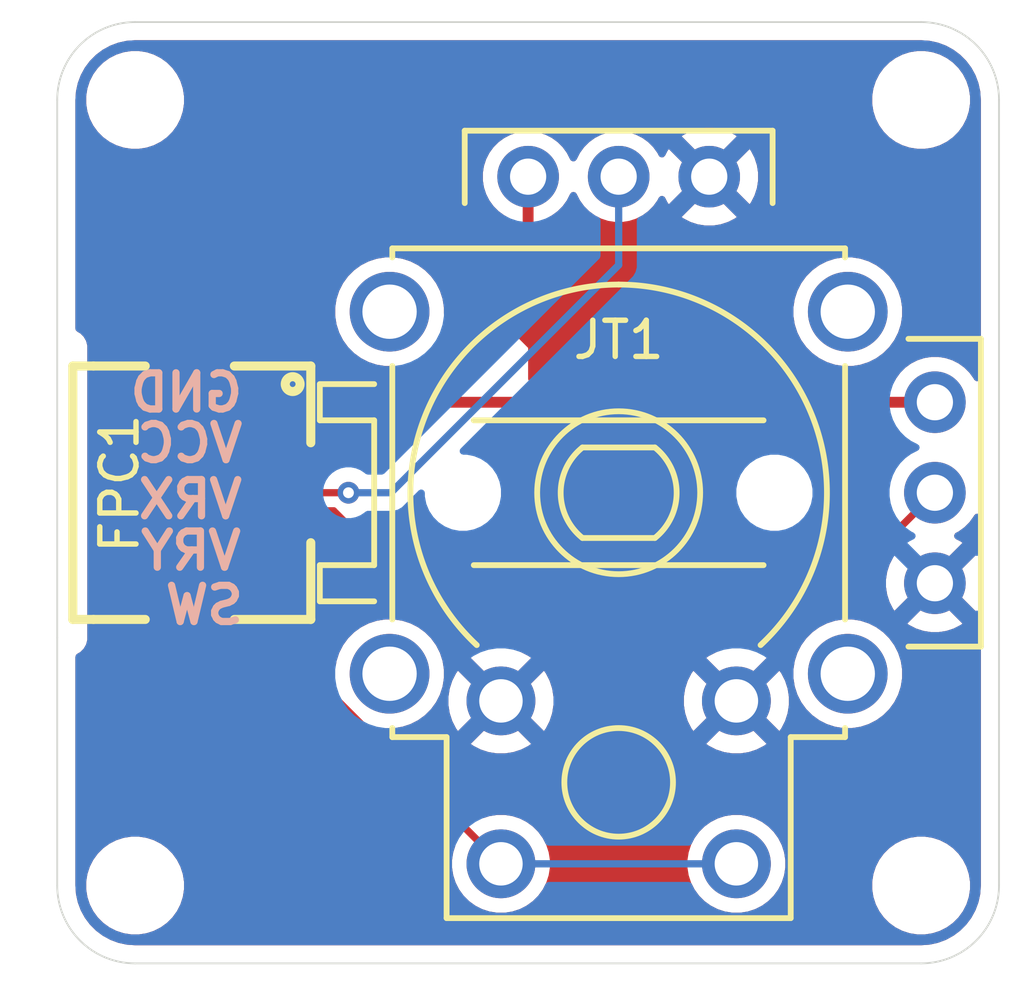
<source format=kicad_pcb>
(kicad_pcb (version 20241229) (generator "pcbnew") (generator_version "9.0")
  (layers (0 "F.Cu" signal) (2 "B.Cu" signal) (13 "F.Paste" user) (15 "B.Paste" user) (5 "F.SilkS" user "F.Silkscreen") (7 "B.SilkS" user "B.Silkscreen") (1 "F.Mask" user) (3 "B.Mask" user) (25 "Edge.Cuts" user))
  (net 0 "")
  (net 1 "ADC0")
  (net 2 "VCC")
  (net 3 "ADC1")
  (net 4 "GND")
  (net 5 "JT_B1")
  (footprint "MountingHole:MountingHole_2.2mm_M2_DIN965" (layer "F.Cu") (at 10.85 -10.85)
    (property "Reference" "H2" (hide yes))
    (property "Value" "MountingHole" (hide yes))
    (pad "" np_thru_hole circle (at 0 0) (size 2.2 2.2) (drill 2.2) (layers "*.Cu" "*.Mask"))
  )
  (footprint "MountingHole:MountingHole_2.2mm_M2_DIN965" (layer "F.Cu") (at -10.85 -10.85)
    (property "Reference" "H1" (hide yes))
    (property "Value" "MountingHole" (hide yes))
    (pad "" np_thru_hole circle (at 0 0) (size 2.2 2.2) (drill 2.2) (layers "*.Cu" "*.Mask"))
  )
  (footprint "ErgoCai.pretty:FPC-SMD_AFC01-S05FCA-00" (layer "F.Cu") (at -8 0 -90)
    (property "Reference" "FPC1" (at -0.25 3.28 90) (layer "F.SilkS"))
    (property "Value" "AFC01-S05FCA-00" (hide yes))
    (fp_line (start 3.5 4.57) (end -3.5 4.57) (stroke (width 0.25)) (layer "F.SilkS"))
    (fp_line (start -3.5 4) (end -3.5 4.57) (stroke (width 0.25)) (layer "F.SilkS"))
    (fp_line (start 3.5 4) (end 3.5 4.57) (stroke (width 0.25)) (layer "F.SilkS"))
    (fp_line (start -3.5 2.57) (end -3.5 4) (stroke (width 0.25)) (layer "F.SilkS"))
    (fp_line (start 3.5 2.57) (end 3.5 4) (stroke (width 0.25)) (layer "F.SilkS"))
    (fp_line (start -3.5 -2) (end -3.5 0.11) (stroke (width 0.25)) (layer "F.SilkS"))
    (fp_line (start -3.5 -2) (end -1.38 -2) (stroke (width 0.25)) (layer "F.SilkS"))
    (fp_line (start 1.38 -2) (end 3.5 -2) (stroke (width 0.25)) (layer "F.SilkS"))
    (fp_line (start 3.5 -2) (end 3.5 0.11) (stroke (width 0.25)) (layer "F.SilkS"))
    (fp_circle (center -3 -1.5) (end -2.92 -1.5) (stroke (width 0.25)) (fill no) (layer "F.SilkS"))
    (pad "1" smd rect (at -1 -1.34 270) (size 0.3 1.3) (layers "F.Cu" "F.Mask" "F.Paste") (net 4 "GND"))
    (pad "2" smd rect (at -0.5 -1.34 270) (size 0.3 1.3) (layers "F.Cu" "F.Mask" "F.Paste") (net 2 "VCC"))
    (pad "3" smd rect (at 0 -1.34 270) (size 0.3 1.3) (layers "F.Cu" "F.Mask" "F.Paste") (net 3 "ADC1"))
    (pad "4" smd rect (at 0.5 -1.34 270) (size 0.3 1.3) (layers "F.Cu" "F.Mask" "F.Paste") (net 1 "ADC0"))
    (pad "5" smd rect (at 1 -1.34 270) (size 0.3 1.3) (layers "F.Cu" "F.Mask" "F.Paste") (net 5 "JT_B1"))
    (pad "6" smd rect (at 2.7 1.34 270) (size 1.6 2) (layers "F.Cu" "F.Mask" "F.Paste") (net 4 "GND"))
    (pad "7" smd rect (at -2.7 1.34 270) (size 1.6 2) (layers "F.Cu" "F.Mask" "F.Paste") (net 4 "GND"))
  )
  (footprint "MountingHole:MountingHole_2.2mm_M2_DIN965" (layer "F.Cu") (at 10.85 10.85)
    (property "Reference" "H4" (hide yes))
    (property "Value" "MountingHole" (hide yes))
    (pad "" np_thru_hole circle (at 0 0) (size 2.2 2.2) (drill 2.2) (layers "*.Cu" "*.Mask"))
  )
  (footprint "ErgoCai.pretty:Alpsalpine_RKJXV122400R" (layer "F.Cu") (at 2.5 0)
    (property "Reference" "JT1" (at 0 -4.22 0) (layer "F.SilkS"))
    (property "Value" "Alpsalpine_RKJXV" (hide yes))
    (fp_line (start -8.25 -3) (end -6.75 -3) (stroke (width 0.16)) (layer "F.SilkS"))
    (fp_line (start -8.25 -2) (end -8.25 -3) (stroke (width 0.16)) (layer "F.SilkS"))
    (fp_line (start -8.25 2) (end -8.25 3) (stroke (width 0.16)) (layer "F.SilkS"))
    (fp_line (start -8.25 3) (end -6.75 3) (stroke (width 0.16)) (layer "F.SilkS"))
    (fp_line (start -6.75 -2) (end -8.25 -2) (stroke (width 0.16)) (layer "F.SilkS"))
    (fp_line (start -6.75 -2) (end -6.75 2) (stroke (width 0.16)) (layer "F.SilkS"))
    (fp_line (start -6.75 2) (end -8.25 2) (stroke (width 0.16)) (layer "F.SilkS"))
    (fp_line (start -6.25 -6.75) (end -6.25 -6.5) (stroke (width 0.16)) (layer "F.SilkS"))
    (fp_line (start -6.25 -6.75) (end 6.25 -6.75) (stroke (width 0.16)) (layer "F.SilkS"))
    (fp_line (start -6.25 3.5) (end -6.25 -3.5) (stroke (width 0.16)) (layer "F.SilkS"))
    (fp_line (start -6.25 6.5) (end -6.25 6.75) (stroke (width 0.16)) (layer "F.SilkS"))
    (fp_line (start -6.25 6.75) (end -4.75 6.75) (stroke (width 0.16)) (layer "F.SilkS"))
    (fp_line (start -4.75 11.75) (end -4.75 6.75) (stroke (width 0.16)) (layer "F.SilkS"))
    (fp_line (start -4.25 -8) (end -4.25 -10) (stroke (width 0.16)) (layer "F.SilkS"))
    (fp_line (start -1 -1.25) (end 1 -1.25) (stroke (width 0.16)) (layer "F.SilkS"))
    (fp_line (start -1 1.25) (end 1 1.25) (stroke (width 0.16)) (layer "F.SilkS"))
    (fp_line (start 4 -2) (end -4 -2) (stroke (width 0.16)) (layer "F.SilkS"))
    (fp_line (start 4 2) (end -4 2) (stroke (width 0.16)) (layer "F.SilkS"))
    (fp_line (start 4.25 -10) (end -4.25 -10) (stroke (width 0.16)) (layer "F.SilkS"))
    (fp_line (start 4.25 -8) (end 4.25 -10) (stroke (width 0.16)) (layer "F.SilkS"))
    (fp_line (start 4.75 6.75) (end 6.25 6.75) (stroke (width 0.16)) (layer "F.SilkS"))
    (fp_line (start 4.75 11.75) (end -4.75 11.75) (stroke (width 0.16)) (layer "F.SilkS"))
    (fp_line (start 4.75 11.75) (end 4.75 6.75) (stroke (width 0.16)) (layer "F.SilkS"))
    (fp_line (start 6.25 -6.75) (end 6.25 -6.5) (stroke (width 0.16)) (layer "F.SilkS"))
    (fp_line (start 6.25 3.5) (end 6.25 -3.5) (stroke (width 0.16)) (layer "F.SilkS"))
    (fp_line (start 6.25 6.5) (end 6.25 6.75) (stroke (width 0.16)) (layer "F.SilkS"))
    (fp_line (start 8 -4.25) (end 10 -4.25) (stroke (width 0.16)) (layer "F.SilkS"))
    (fp_line (start 8 4.25) (end 10 4.25) (stroke (width 0.16)) (layer "F.SilkS"))
    (fp_line (start 10 4.25) (end 10 -4.25) (stroke (width 0.16)) (layer "F.SilkS"))
    (fp_arc (start -3.918156 4.208389) (mid -5.350735 -2.105263) (end 0 -5.75) (stroke (width 0.16)) (layer "F.SilkS"))
    (fp_arc (start -1 1.25) (mid -1.600781 0) (end -1 -1.25) (stroke (width 0.16)) (layer "F.SilkS"))
    (fp_arc (start 0 -5.75) (mid 5.350735 -2.105263) (end 3.918157 4.20839) (stroke (width 0.16)) (layer "F.SilkS"))
    (fp_arc (start 1 -1.25) (mid 1.600781 0) (end 1 1.25) (stroke (width 0.16)) (layer "F.SilkS"))
    (fp_circle (center 0 0) (end 0 2.25) (stroke (width 0.16)) (fill no) (layer "F.SilkS"))
    (fp_circle (center 0 8) (end 1.5 8) (stroke (width 0.16)) (fill no) (layer "F.SilkS"))
    (pad "" thru_hole circle (at -6.325 -5) (size 2.2 2.2) (drill 1.5) (layers "*.Cu" "*.Mask"))
    (pad "" thru_hole circle (at -6.325 5) (size 2.2 2.2) (drill 1.5) (layers "*.Cu" "*.Mask"))
    (pad "" np_thru_hole circle (at -4.3 0) (size 1.6 1.6) (drill 1.6) (layers "*.Cu" "*.Mask"))
    (pad "" np_thru_hole circle (at 4.3 0) (size 1.6 1.6) (drill 1.6) (layers "*.Cu" "*.Mask"))
    (pad "" thru_hole circle (at 6.325 -5) (size 2.2 2.2) (drill 1.5) (layers "*.Cu" "*.Mask"))
    (pad "" thru_hole circle (at 6.325 5) (size 2.2 2.2) (drill 1.5) (layers "*.Cu" "*.Mask"))
    (pad "1" thru_hole circle (at 8.73 2.5) (size 1.7 1.7) (drill 1) (layers "*.Cu" "*.Mask") (net 4 "GND"))
    (pad "2" thru_hole circle (at 8.73 0) (size 1.7 1.7) (drill 1) (layers "*.Cu" "*.Mask") (net 1 "ADC0"))
    (pad "3" thru_hole circle (at 8.73 -2.5) (size 1.7 1.7) (drill 1) (layers "*.Cu" "*.Mask") (net 2 "VCC"))
    (pad "4" thru_hole circle (at 2.5 -8.73) (size 1.7 1.7) (drill 1) (layers "*.Cu" "*.Mask") (net 4 "GND"))
    (pad "5" thru_hole circle (at 0 -8.73) (size 1.7 1.7) (drill 1) (layers "*.Cu" "*.Mask") (net 3 "ADC1"))
    (pad "6" thru_hole circle (at -2.5 -8.73) (size 1.7 1.7) (drill 1) (layers "*.Cu" "*.Mask") (net 2 "VCC"))
    (pad "7" thru_hole circle (at -3.25 5.75) (size 1.9 1.9) (drill 1.2) (layers "*.Cu" "*.Mask") (net 4 "GND"))
    (pad "8" thru_hole circle (at -3.25 10.25) (size 1.9 1.9) (drill 1.2) (layers "*.Cu" "*.Mask") (net 5 "JT_B1"))
    (pad "9" thru_hole circle (at 3.25 5.75) (size 1.9 1.9) (drill 1.2) (layers "*.Cu" "*.Mask") (net 4 "GND"))
    (pad "10" thru_hole circle (at 3.25 10.25) (size 1.9 1.9) (drill 1.2) (layers "*.Cu" "*.Mask") (net 5 "JT_B1"))
    (zone (net 0) (net_name "") (layer "F.Cu") (connect_pads (clearance 0)) (min_thickness 0.25)
      (keepout (tracks allowed) (vias allowed) (pads allowed) (copperpour not_allowed) (footprints allowed))
      (fill (thermal_gap 0.5) (thermal_bridge_width 0.5))
      (polygon (pts (xy -2 -3) (xy -2 -4) (xy -1.5 -4.5) (xy -0.5 -4.5) (xy 0 -4) (xy 0 -3) (xy -0.5 -2.5) (xy -1.5 -2.5)))
    )
    (zone (net 0) (net_name "") (layer "F.Cu") (connect_pads (clearance 0)) (min_thickness 0.25)
      (keepout (tracks allowed) (vias allowed) (pads allowed) (copperpour not_allowed) (footprints allowed))
      (fill (thermal_gap 0.5) (thermal_bridge_width 0.5))
      (polygon (pts (xy -2 4) (xy -2 3) (xy -1.5 2.5) (xy -0.5 2.5) (xy 0 3) (xy 0 4) (xy -0.5 4.5) (xy -1.5 4.5)))
    )
    (zone (net 0) (net_name "") (layer "F.Cu") (connect_pads (clearance 0)) (min_thickness 0.25)
      (keepout (tracks allowed) (vias allowed) (pads allowed) (copperpour not_allowed) (footprints allowed))
      (fill (thermal_gap 0.5) (thermal_bridge_width 0.5))
      (polygon (pts (xy 1 8.5) (xy 1 -0.5) (xy 2 -1.5) (xy 3 -1.5) (xy 4 -0.5) (xy 4 8.5) (xy 3 9.5) (xy 2 9.5)))
    )
    (zone (net 0) (net_name "") (layer "F.Cu") (connect_pads (clearance 0)) (min_thickness 0.25)
      (keepout (tracks allowed) (vias allowed) (pads allowed) (copperpour not_allowed) (footprints allowed))
      (fill (thermal_gap 0.5) (thermal_bridge_width 0.5))
      (polygon (pts (xy 5 -3) (xy 5 -4) (xy 5.5 -4.5) (xy 6.5 -4.5) (xy 7 -4) (xy 7 -3) (xy 6.5 -2.5) (xy 5.5 -2.5)))
    )
    (zone (net 0) (net_name "") (layer "F.Cu") (connect_pads (clearance 0)) (min_thickness 0.25)
      (keepout (tracks allowed) (vias allowed) (pads allowed) (copperpour not_allowed) (footprints allowed))
      (fill (thermal_gap 0.5) (thermal_bridge_width 0.5))
      (polygon (pts (xy 5 4) (xy 5 3) (xy 5.5 2.5) (xy 6.5 2.5) (xy 7 3) (xy 7 4) (xy 6.5 4.5) (xy 5.5 4.5)))
    )
  )
  (footprint "MountingHole:MountingHole_2.2mm_M2_DIN965" (layer "F.Cu") (at -10.85 10.85)
    (property "Reference" "H3" (hide yes))
    (property "Value" "MountingHole" (hide yes))
    (pad "" np_thru_hole circle (at 0 0) (size 2.2 2.2) (drill 2.2) (layers "*.Cu" "*.Mask"))
  )
  (gr_arc (start -10.85 13) (mid -12.37028 12.37028) (end -13 10.85) (stroke (width 0.05)) (layer "Edge.Cuts"))
  (gr_line (start 13 10.85) (end 13 -10.85) (stroke (width 0.05)) (layer "Edge.Cuts"))
  (gr_arc (start 10.85 -13) (mid 12.37028 -12.37028) (end 13 -10.85) (stroke (width 0.05)) (layer "Edge.Cuts"))
  (gr_arc (start 13 10.85) (mid 12.37028 12.37028) (end 10.85 13) (stroke (width 0.05)) (layer "Edge.Cuts"))
  (gr_line (start -13 4) (end -13 10.850001) (stroke (width 0.05)) (layer "Edge.Cuts"))
  (gr_line (start -10.85 13) (end 10.85 13) (stroke (width 0.05)) (layer "Edge.Cuts"))
  (gr_line (start -12.999999 -10.85) (end -12.999999 4) (stroke (width 0.05)) (layer "Edge.Cuts"))
  (gr_arc (start -13 -10.85) (mid -12.37028 -12.37028) (end -10.85 -13) (stroke (width 0.05)) (layer "Edge.Cuts"))
  (gr_line (start 10.85 -13) (end -10.85 -13) (stroke (width 0.05)) (layer "Edge.Cuts"))
  (gr_text "VCC" (at -7.78 -0.78 0) (layer "B.SilkS") (effects (font (size 1 1) (thickness 0.2) (bold yes)) (justify left bottom mirror)))
  (gr_text "VRX\n" (at -7.79 0.77 0) (layer "B.SilkS") (effects (font (size 1 1) (thickness 0.2) (bold yes)) (justify left bottom mirror)))
  (gr_text "SW\n" (at -7.76 3.69 0) (layer "B.SilkS") (effects (font (size 1 1) (thickness 0.2) (bold yes)) (justify left bottom mirror)))
  (gr_text "GND\n" (at -7.78 -2.18 0) (layer "B.SilkS") (effects (font (size 1 1) (thickness 0.2) (bold yes)) (justify left bottom mirror)))
  (gr_text "VRY\n" (at -7.82 2.19 0) (layer "B.SilkS") (effects (font (size 1 1) (thickness 0.2) (bold yes)) (justify left bottom mirror)))
  (segment (start -5.37 0.5) (end -4.719 1.151) (width 0.2) (layer "F.Cu") (net 1))
  (segment (start -6.66 0.5) (end -5.37 0.5) (width 0.2) (layer "F.Cu") (net 1))
  (segment (start -4.719 1.151) (end 10.079 1.151) (width 0.2) (layer "F.Cu") (net 1))
  (segment (start 10.079 1.151) (end 11.23 0) (width 0.2) (layer "F.Cu") (net 1))
  (segment (start 0 -6.258) (end 0 -8.73) (width 0.3) (layer "F.Cu") (net 2))
  (segment (start -6.66 -0.5) (end -5.758 -0.5) (width 0.3) (layer "F.Cu") (net 2))
  (segment (start -3.758 -2.5) (end -3.769 -2.489) (width 0.2) (layer "F.Cu") (net 2))
  (segment (start -3.769 -2.489) (end 0 -6.258) (width 0.3) (layer "F.Cu") (net 2))
  (segment (start 11.23 -2.5) (end -3.758 -2.5) (width 0.3) (layer "F.Cu") (net 2))
  (segment (start -5.758 -0.5) (end -3.769 -2.489) (width 0.3) (layer "F.Cu") (net 2))
  (segment (start -6.66 0) (end -4.96 0) (width 0.2) (layer "F.Cu") (net 3))
  (via (at -4.96 0) (size 0.6) (drill 0.3) (layers "F.Cu" "B.Cu") (net 3))
  (segment (start 2.5 -6.29) (end 2.5 -8.73) (width 0.2) (layer "B.Cu") (net 3))
  (segment (start -3.79 0) (end 2.5 -6.29) (width 0.2) (layer "B.Cu") (net 3))
  (segment (start -4.96 0) (end -3.79 0) (width 0.2) (layer "B.Cu") (net 3))
  (segment (start -6.66 4.34) (end -6.66 1) (width 0.2) (layer "F.Cu") (net 5))
  (segment (start -0.75 10.25) (end -6.66 4.34) (width 0.2) (layer "F.Cu") (net 5))
  (segment (start -0.75 10.25) (end 5.75 10.25) (width 0.2) (layer "B.Cu") (net 5))
  (zone (net 4) (net_name "GND") (layers "F.Cu" "B.Cu") (connect_pads (clearance 0.4)) (min_thickness 0.2) (fill yes (thermal_gap 0.5) (thermal_bridge_width 0.5))
    (polygon (pts (xy -14.58 -13.61) (xy 13.66 -13.61) (xy 13.71 -13.56) (xy 13.71 13.14) (xy 13.28 13.57) (xy -13.87 13.57) (xy -14.58 12.86)))
  )
)
</source>
